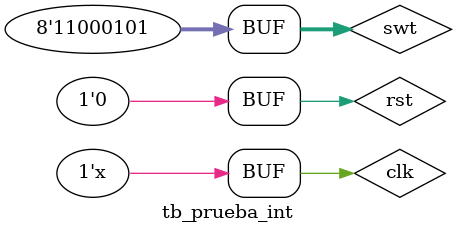
<source format=v>
`timescale 1ns / 1ps



module tb_prueba_int;

	// Inputs
	reg clk;
	reg rst;
	reg [7:0] swt;

	// Outputs
	wire [3:0] leds;
	wire [6:0] ssg;
	wire [3:0] an;

estimulos_spi estimulos (
	 .sdo(sdi),
    .ssg(ssg), 
    .an(an), 
    .sdi(sdo), 
    .sclk(sclk), 
    .mclk(clk), 
    .rst(rst), 
    .ce(ce)
    );
// Instantiate the module
spibas spibas (
    .ce(ce), 
    .sclk_pri(sclk), 
    .clk(clk), 
    .sdi_pri(sdi), 
    .sdo(sdo), 
    .rst(rst), 
    .leds(leds), 
//    .ssg(ssg), 
//    .an(an), 
    .swt(swt)
    );
always #5 clk=~clk;
	initial begin
		// Initialize Inputs
		clk = 0;
		rst = 1;
		swt = 8'hC5;
		// Wait 100 ns for global reset to finish
		#10000;
        rst=0;
		  #100000;
		// Add stimulus here

	end
      
endmodule


</source>
